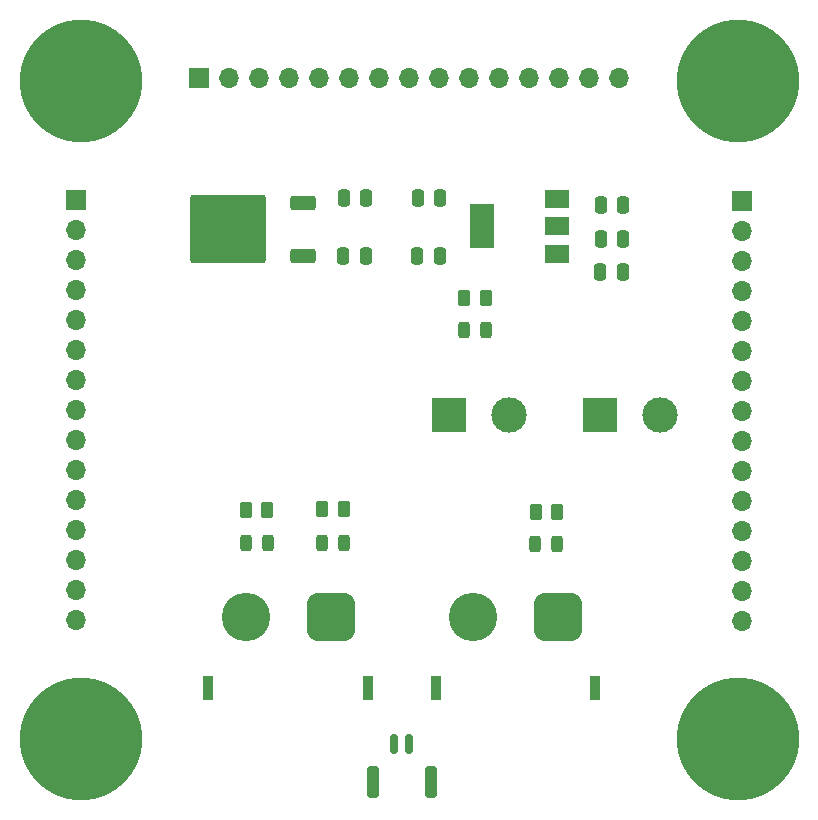
<source format=gbr>
%TF.GenerationSoftware,KiCad,Pcbnew,7.0.7*%
%TF.CreationDate,2024-02-10T01:31:47+05:30*%
%TF.ProjectId,PDB_Board,5044425f-426f-4617-9264-2e6b69636164,rev?*%
%TF.SameCoordinates,Original*%
%TF.FileFunction,Soldermask,Top*%
%TF.FilePolarity,Negative*%
%FSLAX46Y46*%
G04 Gerber Fmt 4.6, Leading zero omitted, Abs format (unit mm)*
G04 Created by KiCad (PCBNEW 7.0.7) date 2024-02-10 01:31:47*
%MOMM*%
%LPD*%
G01*
G04 APERTURE LIST*
G04 Aperture macros list*
%AMRoundRect*
0 Rectangle with rounded corners*
0 $1 Rounding radius*
0 $2 $3 $4 $5 $6 $7 $8 $9 X,Y pos of 4 corners*
0 Add a 4 corners polygon primitive as box body*
4,1,4,$2,$3,$4,$5,$6,$7,$8,$9,$2,$3,0*
0 Add four circle primitives for the rounded corners*
1,1,$1+$1,$2,$3*
1,1,$1+$1,$4,$5*
1,1,$1+$1,$6,$7*
1,1,$1+$1,$8,$9*
0 Add four rect primitives between the rounded corners*
20,1,$1+$1,$2,$3,$4,$5,0*
20,1,$1+$1,$4,$5,$6,$7,0*
20,1,$1+$1,$6,$7,$8,$9,0*
20,1,$1+$1,$8,$9,$2,$3,0*%
G04 Aperture macros list end*
%ADD10R,1.700000X1.700000*%
%ADD11O,1.700000X1.700000*%
%ADD12C,10.400000*%
%ADD13RoundRect,0.243750X0.243750X0.456250X-0.243750X0.456250X-0.243750X-0.456250X0.243750X-0.456250X0*%
%ADD14RoundRect,0.250000X0.262500X0.450000X-0.262500X0.450000X-0.262500X-0.450000X0.262500X-0.450000X0*%
%ADD15R,3.000000X3.000000*%
%ADD16C,3.000000*%
%ADD17RoundRect,0.250000X-0.262500X-0.450000X0.262500X-0.450000X0.262500X0.450000X-0.262500X0.450000X0*%
%ADD18RoundRect,0.250000X0.250000X0.475000X-0.250000X0.475000X-0.250000X-0.475000X0.250000X-0.475000X0*%
%ADD19RoundRect,0.250000X-0.250000X-0.475000X0.250000X-0.475000X0.250000X0.475000X-0.250000X0.475000X0*%
%ADD20RoundRect,0.243750X-0.243750X-0.456250X0.243750X-0.456250X0.243750X0.456250X-0.243750X0.456250X0*%
%ADD21RoundRect,0.150000X-0.150000X-0.700000X0.150000X-0.700000X0.150000X0.700000X-0.150000X0.700000X0*%
%ADD22RoundRect,0.250000X-0.250000X-1.100000X0.250000X-1.100000X0.250000X1.100000X-0.250000X1.100000X0*%
%ADD23R,2.000000X1.500000*%
%ADD24R,2.000000X3.800000*%
%ADD25RoundRect,0.250000X0.850000X0.350000X-0.850000X0.350000X-0.850000X-0.350000X0.850000X-0.350000X0*%
%ADD26RoundRect,0.249997X2.950003X2.650003X-2.950003X2.650003X-2.950003X-2.650003X2.950003X-2.650003X0*%
%ADD27R,0.900000X2.000000*%
%ADD28RoundRect,1.025000X-1.025000X-1.025000X1.025000X-1.025000X1.025000X1.025000X-1.025000X1.025000X0*%
%ADD29C,4.100000*%
G04 APERTURE END LIST*
D10*
%TO.C,U1*%
X156165200Y-82087800D03*
D11*
X156165200Y-84627800D03*
X156165200Y-87167800D03*
X156165200Y-89707800D03*
X156165200Y-92247800D03*
X156165200Y-94787800D03*
X156165200Y-97327800D03*
X156165200Y-99867800D03*
X156165200Y-102407800D03*
X156165200Y-104947800D03*
X156165200Y-107487800D03*
X156165200Y-110027800D03*
X156165200Y-112567800D03*
X156165200Y-115107800D03*
X156165200Y-117647800D03*
X99765200Y-117617800D03*
X99765200Y-115077800D03*
X99765200Y-112537800D03*
X99765200Y-109997800D03*
X99765200Y-107457800D03*
X99765200Y-104917800D03*
X99765200Y-102377800D03*
X99765200Y-99837800D03*
X99765200Y-97297800D03*
X99765200Y-94757800D03*
X99765200Y-92217800D03*
X99765200Y-89677800D03*
X99765200Y-87137800D03*
X99765200Y-84597800D03*
D10*
X99765200Y-82057800D03*
X110190200Y-71672800D03*
D11*
X112730200Y-71672800D03*
X115270200Y-71672800D03*
X117810200Y-71672800D03*
X120350200Y-71672800D03*
X122890200Y-71672800D03*
X125430200Y-71672800D03*
X127970200Y-71672800D03*
X130510200Y-71672800D03*
X133050200Y-71672800D03*
X135590200Y-71672800D03*
X138130200Y-71672800D03*
X140670200Y-71672800D03*
X143210200Y-71672800D03*
X145750200Y-71672800D03*
D12*
X155765200Y-127672800D03*
X100165200Y-127672800D03*
X100165200Y-71972800D03*
X155765200Y-71987800D03*
%TD*%
D13*
%TO.C,5V_LED*%
X115999100Y-111048800D03*
X114124100Y-111048800D03*
%TD*%
D14*
%TO.C,R1*%
X140510900Y-108432600D03*
X138685900Y-108432600D03*
%TD*%
D13*
%TO.C,7.4V1_LED*%
X140508600Y-111125000D03*
X138633600Y-111125000D03*
%TD*%
D15*
%TO.C,PRIMARY SWITCH*%
X144119600Y-100253800D03*
D16*
X149199600Y-100253800D03*
%TD*%
D15*
%TO.C,CAM+TELEM SWITCH*%
X131368800Y-100253800D03*
D16*
X136448800Y-100253800D03*
%TD*%
D17*
%TO.C,R3*%
X120575700Y-108204000D03*
X122400700Y-108204000D03*
%TD*%
D18*
%TO.C,C5*%
X146078800Y-85343000D03*
X144178800Y-85343000D03*
%TD*%
D14*
%TO.C,R2*%
X115951000Y-108254800D03*
X114126000Y-108254800D03*
%TD*%
D19*
%TO.C,C7*%
X144153400Y-88162400D03*
X146053400Y-88162400D03*
%TD*%
%TO.C,C2*%
X122436400Y-81888600D03*
X124336400Y-81888600D03*
%TD*%
D14*
%TO.C,R6*%
X134438400Y-90345100D03*
X132613400Y-90345100D03*
%TD*%
D18*
%TO.C,C9*%
X130534000Y-86816200D03*
X128634000Y-86816200D03*
%TD*%
D20*
%TO.C,7.4V2_LED*%
X120601500Y-111048800D03*
X122476500Y-111048800D03*
%TD*%
D21*
%TO.C,J1*%
X126715200Y-128117600D03*
X127965200Y-128117600D03*
D22*
X124865200Y-131317600D03*
X129815200Y-131317600D03*
%TD*%
D13*
%TO.C,3.3V_LED*%
X134440300Y-93062900D03*
X132565300Y-93062900D03*
%TD*%
D23*
%TO.C,U3*%
X140455600Y-86576200D03*
X140455600Y-84276200D03*
D24*
X134155600Y-84276200D03*
D23*
X140455600Y-81976200D03*
%TD*%
D18*
%TO.C,C6*%
X146078800Y-82498200D03*
X144178800Y-82498200D03*
%TD*%
D25*
%TO.C,U2*%
X118950400Y-86810200D03*
D26*
X112650400Y-84530200D03*
D25*
X118950400Y-82250200D03*
%TD*%
D18*
%TO.C,C8*%
X130584800Y-81888600D03*
X128684800Y-81888600D03*
%TD*%
D19*
%TO.C,C1*%
X122385600Y-86816200D03*
X124285600Y-86816200D03*
%TD*%
D27*
%TO.C,CAM+TELEM*%
X110960000Y-123317000D03*
X124460000Y-123317000D03*
D28*
X121310000Y-117317000D03*
D29*
X114110000Y-117317000D03*
%TD*%
D27*
%TO.C,PRIMARY*%
X130200400Y-123317000D03*
X143700400Y-123317000D03*
D28*
X140550400Y-117317000D03*
D29*
X133350400Y-117317000D03*
%TD*%
M02*

</source>
